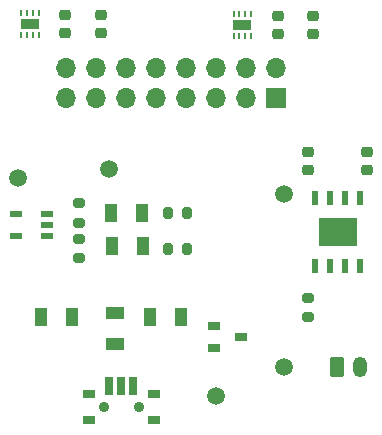
<source format=gbr>
%TF.GenerationSoftware,KiCad,Pcbnew,8.0.1*%
%TF.CreationDate,2024-03-24T23:22:49+02:00*%
%TF.ProjectId,EEE3088F_2024_Group_52_Power,45454533-3038-4384-965f-323032345f47,rev?*%
%TF.SameCoordinates,Original*%
%TF.FileFunction,Soldermask,Top*%
%TF.FilePolarity,Negative*%
%FSLAX46Y46*%
G04 Gerber Fmt 4.6, Leading zero omitted, Abs format (unit mm)*
G04 Created by KiCad (PCBNEW 8.0.1) date 2024-03-24 23:22:49*
%MOMM*%
%LPD*%
G01*
G04 APERTURE LIST*
G04 Aperture macros list*
%AMRoundRect*
0 Rectangle with rounded corners*
0 $1 Rounding radius*
0 $2 $3 $4 $5 $6 $7 $8 $9 X,Y pos of 4 corners*
0 Add a 4 corners polygon primitive as box body*
4,1,4,$2,$3,$4,$5,$6,$7,$8,$9,$2,$3,0*
0 Add four circle primitives for the rounded corners*
1,1,$1+$1,$2,$3*
1,1,$1+$1,$4,$5*
1,1,$1+$1,$6,$7*
1,1,$1+$1,$8,$9*
0 Add four rect primitives between the rounded corners*
20,1,$1+$1,$2,$3,$4,$5,0*
20,1,$1+$1,$4,$5,$6,$7,0*
20,1,$1+$1,$6,$7,$8,$9,0*
20,1,$1+$1,$8,$9,$2,$3,0*%
G04 Aperture macros list end*
%ADD10O,1.700000X1.700000*%
%ADD11R,1.700000X1.700000*%
%ADD12RoundRect,0.200000X0.200000X0.275000X-0.200000X0.275000X-0.200000X-0.275000X0.200000X-0.275000X0*%
%ADD13R,1.000000X1.500000*%
%ADD14R,1.500000X1.000000*%
%ADD15RoundRect,0.250000X-0.350000X-0.625000X0.350000X-0.625000X0.350000X0.625000X-0.350000X0.625000X0*%
%ADD16O,1.200000X1.750000*%
%ADD17RoundRect,0.225000X-0.250000X0.225000X-0.250000X-0.225000X0.250000X-0.225000X0.250000X0.225000X0*%
%ADD18R,1.600000X0.900000*%
%ADD19R,0.250000X0.520000*%
%ADD20RoundRect,0.200000X-0.275000X0.200000X-0.275000X-0.200000X0.275000X-0.200000X0.275000X0.200000X0*%
%ADD21RoundRect,0.200000X0.275000X-0.200000X0.275000X0.200000X-0.275000X0.200000X-0.275000X-0.200000X0*%
%ADD22R,1.000000X0.600000*%
%ADD23R,0.600000X1.200000*%
%ADD24R,3.300000X2.400000*%
%ADD25C,1.500000*%
%ADD26R,1.000000X0.800000*%
%ADD27R,0.700000X1.500000*%
%ADD28C,0.900000*%
%ADD29RoundRect,0.225000X0.250000X-0.225000X0.250000X0.225000X-0.250000X0.225000X-0.250000X-0.225000X0*%
G04 APERTURE END LIST*
D10*
%TO.C,J1*%
X116095000Y-23735000D03*
X116095000Y-26275000D03*
X118635000Y-23735000D03*
X118635000Y-26275000D03*
X121175000Y-23735000D03*
X121175000Y-26275000D03*
X123715000Y-23735000D03*
X123715000Y-26275000D03*
X126255000Y-23735000D03*
X126255000Y-26275000D03*
X128795000Y-23735000D03*
X128795000Y-26275000D03*
X131335000Y-23735000D03*
X131335000Y-26275000D03*
X133875000Y-23735000D03*
D11*
X133875000Y-26275000D03*
%TD*%
D12*
%TO.C,R3*%
X124675000Y-36000000D03*
X126325000Y-36000000D03*
%TD*%
D13*
%TO.C,JP5*%
X123200000Y-44750000D03*
X125800000Y-44750000D03*
%TD*%
%TO.C,JP4*%
X119950000Y-38750000D03*
X122550000Y-38750000D03*
%TD*%
D14*
%TO.C,JP2*%
X120250000Y-47050000D03*
X120250000Y-44450000D03*
%TD*%
D13*
%TO.C,JP1*%
X116550000Y-44750000D03*
X113950000Y-44750000D03*
%TD*%
%TO.C,JP3*%
X119900000Y-36000000D03*
X122500000Y-36000000D03*
%TD*%
D15*
%TO.C,J2*%
X139000000Y-49000000D03*
D16*
X141000000Y-49000000D03*
%TD*%
D17*
%TO.C,C3*%
X116000000Y-20775000D03*
X116000000Y-19225000D03*
%TD*%
%TO.C,C4*%
X119000000Y-20775000D03*
X119000000Y-19225000D03*
%TD*%
D18*
%TO.C,U3*%
X113000000Y-20000000D03*
D19*
X113750000Y-20950000D03*
X113250000Y-20950000D03*
X112750000Y-20950000D03*
X112250000Y-20950000D03*
X112250000Y-19050000D03*
X112750000Y-19050000D03*
X113250000Y-19050000D03*
X113750000Y-19050000D03*
%TD*%
D20*
%TO.C,R5*%
X136560000Y-43175000D03*
X136560000Y-44825000D03*
%TD*%
D19*
%TO.C,U4*%
X131750000Y-19100000D03*
X131250000Y-19100000D03*
X130750000Y-19100000D03*
X130250000Y-19100000D03*
X130250000Y-21000000D03*
X130750000Y-21000000D03*
X131250000Y-21000000D03*
X131750000Y-21000000D03*
D18*
X131000000Y-20050000D03*
%TD*%
D21*
%TO.C,R1*%
X117150000Y-38175000D03*
X117150000Y-39825000D03*
%TD*%
D22*
%TO.C,U1*%
X114450000Y-37950000D03*
X114450000Y-37000000D03*
X114450000Y-36050000D03*
X111850000Y-36050000D03*
X111850000Y-37950000D03*
%TD*%
D23*
%TO.C,U2*%
X137180000Y-40500000D03*
X138450000Y-40500000D03*
X139730000Y-40500000D03*
X141000000Y-40500000D03*
X141000000Y-34680000D03*
X139730000Y-34680000D03*
X138450000Y-34680000D03*
X137180000Y-34680000D03*
D24*
X139090000Y-37590000D03*
%TD*%
D25*
%TO.C,TP16*%
X134500000Y-49000000D03*
%TD*%
%TO.C,TP13*%
X134560000Y-34334000D03*
%TD*%
%TO.C,TP4*%
X128736000Y-51500000D03*
%TD*%
%TO.C,TP2*%
X112000000Y-33000000D03*
%TD*%
%TO.C,TP1*%
X119750000Y-32250000D03*
%TD*%
D26*
%TO.C,SW1*%
X123500000Y-53500000D03*
X123500000Y-51300000D03*
X118000000Y-53500000D03*
X118000000Y-51300000D03*
D27*
X121750000Y-50600000D03*
X120750000Y-50600000D03*
X119750000Y-50600000D03*
D28*
X122250000Y-52400000D03*
X119250000Y-52400000D03*
%TD*%
D12*
%TO.C,R4*%
X126325000Y-39000000D03*
X124675000Y-39000000D03*
%TD*%
D20*
%TO.C,R2*%
X117150000Y-36825000D03*
X117150000Y-35175000D03*
%TD*%
D26*
%TO.C,Q1*%
X130886000Y-46500000D03*
X128586000Y-47450000D03*
X128586000Y-45550000D03*
%TD*%
D17*
%TO.C,C6*%
X137000000Y-19275000D03*
X137000000Y-20825000D03*
%TD*%
%TO.C,C5*%
X134000000Y-20825000D03*
X134000000Y-19275000D03*
%TD*%
D29*
%TO.C,C2*%
X141560000Y-32334000D03*
X141560000Y-30784000D03*
%TD*%
D17*
%TO.C,C1*%
X136560000Y-30784000D03*
X136560000Y-32334000D03*
%TD*%
M02*

</source>
